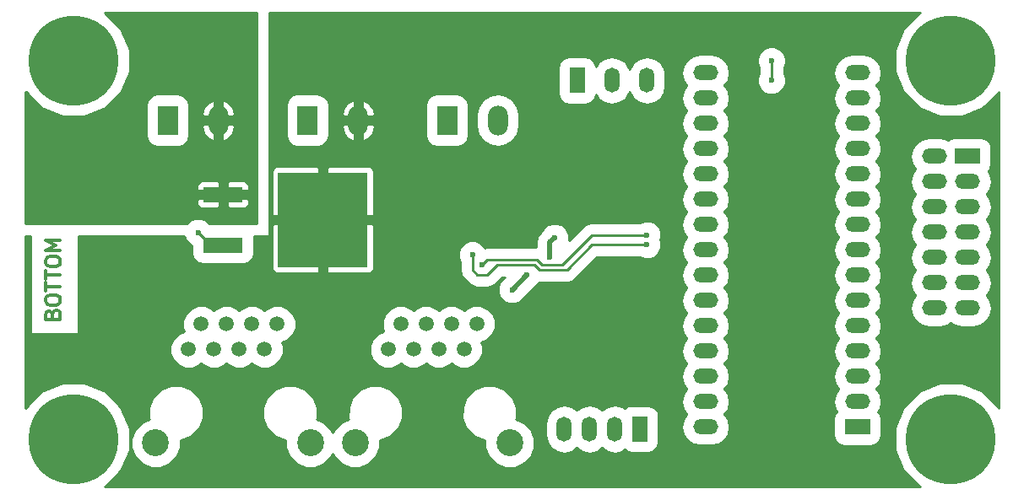
<source format=gbr>
G04 #@! TF.FileFunction,Copper,L2,Bot,Signal*
%FSLAX46Y46*%
G04 Gerber Fmt 4.6, Leading zero omitted, Abs format (unit mm)*
G04 Created by KiCad (PCBNEW 4.0.5+dfsg1-4) date Sat Aug 26 21:12:24 2017*
%MOMM*%
%LPD*%
G01*
G04 APERTURE LIST*
%ADD10C,0.100000*%
%ADD11C,0.300000*%
%ADD12C,2.700000*%
%ADD13C,1.500000*%
%ADD14O,2.500000X1.500000*%
%ADD15R,2.500000X1.500000*%
%ADD16R,9.000000X9.500000*%
%ADD17R,4.000000X1.500000*%
%ADD18R,1.500000X2.500000*%
%ADD19O,1.500000X2.500000*%
%ADD20R,2.000000X3.000000*%
%ADD21O,2.000000X3.000000*%
%ADD22C,9.000000*%
%ADD23C,0.600000*%
%ADD24C,0.500000*%
%ADD25C,0.250000*%
%ADD26C,0.254000*%
G04 APERTURE END LIST*
D10*
D11*
X98892857Y-106464286D02*
X98964286Y-106250000D01*
X99035714Y-106178572D01*
X99178571Y-106107143D01*
X99392857Y-106107143D01*
X99535714Y-106178572D01*
X99607143Y-106250000D01*
X99678571Y-106392858D01*
X99678571Y-106964286D01*
X98178571Y-106964286D01*
X98178571Y-106464286D01*
X98250000Y-106321429D01*
X98321429Y-106250000D01*
X98464286Y-106178572D01*
X98607143Y-106178572D01*
X98750000Y-106250000D01*
X98821429Y-106321429D01*
X98892857Y-106464286D01*
X98892857Y-106964286D01*
X98178571Y-105178572D02*
X98178571Y-104892858D01*
X98250000Y-104750000D01*
X98392857Y-104607143D01*
X98678571Y-104535715D01*
X99178571Y-104535715D01*
X99464286Y-104607143D01*
X99607143Y-104750000D01*
X99678571Y-104892858D01*
X99678571Y-105178572D01*
X99607143Y-105321429D01*
X99464286Y-105464286D01*
X99178571Y-105535715D01*
X98678571Y-105535715D01*
X98392857Y-105464286D01*
X98250000Y-105321429D01*
X98178571Y-105178572D01*
X98178571Y-104107143D02*
X98178571Y-103250000D01*
X99678571Y-103678571D02*
X98178571Y-103678571D01*
X98178571Y-102964286D02*
X98178571Y-102107143D01*
X99678571Y-102535714D02*
X98178571Y-102535714D01*
X98178571Y-101321429D02*
X98178571Y-101035715D01*
X98250000Y-100892857D01*
X98392857Y-100750000D01*
X98678571Y-100678572D01*
X99178571Y-100678572D01*
X99464286Y-100750000D01*
X99607143Y-100892857D01*
X99678571Y-101035715D01*
X99678571Y-101321429D01*
X99607143Y-101464286D01*
X99464286Y-101607143D01*
X99178571Y-101678572D01*
X98678571Y-101678572D01*
X98392857Y-101607143D01*
X98250000Y-101464286D01*
X98178571Y-101321429D01*
X99678571Y-100035714D02*
X98178571Y-100035714D01*
X99250000Y-99535714D01*
X98178571Y-99035714D01*
X99678571Y-99035714D01*
D12*
X124745000Y-119400000D03*
X109245000Y-119400000D03*
D13*
X112550000Y-110000000D03*
X115090000Y-110000000D03*
X117630000Y-110000000D03*
X120170000Y-110000000D03*
X121440000Y-107460000D03*
X118900000Y-107460000D03*
X116360000Y-107460000D03*
X113820000Y-107460000D03*
X104500000Y-95000000D03*
X102500000Y-95000000D03*
X100500000Y-95000000D03*
X98500000Y-95000000D03*
X104500000Y-93000000D03*
X102500000Y-93000000D03*
X100500000Y-93000000D03*
X98500000Y-93000000D03*
X104500000Y-91000000D03*
X102500000Y-91000000D03*
X100500000Y-91000000D03*
X98500000Y-91000000D03*
X104500000Y-89000000D03*
X102500000Y-89000000D03*
X100500000Y-89000000D03*
D14*
X164380000Y-117780000D03*
D15*
X179620000Y-117780000D03*
D14*
X164380000Y-115240000D03*
X179620000Y-115240000D03*
X164380000Y-112700000D03*
X179620000Y-112700000D03*
X164380000Y-110160000D03*
X179620000Y-110160000D03*
X164380000Y-107620000D03*
X179620000Y-107620000D03*
X164380000Y-105080000D03*
X179620000Y-105080000D03*
X164380000Y-102540000D03*
X179620000Y-102540000D03*
X164380000Y-100000000D03*
X179620000Y-100000000D03*
X164380000Y-97460000D03*
X179620000Y-97460000D03*
X164380000Y-94920000D03*
X179620000Y-94920000D03*
X164380000Y-92380000D03*
X179620000Y-92380000D03*
X164380000Y-89840000D03*
X179620000Y-89840000D03*
X164380000Y-87300000D03*
X179620000Y-87300000D03*
X164380000Y-84760000D03*
X179620000Y-84760000D03*
X164380000Y-82220000D03*
X179620000Y-82220000D03*
D15*
X190670000Y-90610000D03*
D14*
X190670000Y-93150000D03*
X190670000Y-95690000D03*
X190670000Y-98230000D03*
X190670000Y-100770000D03*
X190670000Y-103310000D03*
X190670000Y-105850000D03*
X187330000Y-105850000D03*
X187330000Y-103310000D03*
X187330000Y-100770000D03*
X187330000Y-98230000D03*
X187330000Y-95690000D03*
X187330000Y-93150000D03*
X187330000Y-90610000D03*
D16*
X126000000Y-97000000D03*
D17*
X116000000Y-99540000D03*
X116000000Y-94460000D03*
D18*
X157810000Y-118000000D03*
D19*
X155270000Y-118000000D03*
X152730000Y-118000000D03*
X150190000Y-118000000D03*
D20*
X110460000Y-87000000D03*
D21*
X115540000Y-87000000D03*
D20*
X124460000Y-87000000D03*
D21*
X129540000Y-87000000D03*
D20*
X138460000Y-87000000D03*
D21*
X143540000Y-87000000D03*
D18*
X151500000Y-83000000D03*
D19*
X155000000Y-83000000D03*
X158500000Y-83000000D03*
D12*
X144745000Y-119400000D03*
X129245000Y-119400000D03*
D13*
X132550000Y-110000000D03*
X135090000Y-110000000D03*
X137630000Y-110000000D03*
X140170000Y-110000000D03*
X141440000Y-107460000D03*
X138900000Y-107460000D03*
X136360000Y-107460000D03*
X133820000Y-107460000D03*
D22*
X189000000Y-119000000D03*
X101000000Y-119000000D03*
X101000000Y-81000000D03*
X189000000Y-81000000D03*
D13*
X98500000Y-89000000D03*
D23*
X149250000Y-98750000D03*
X148750000Y-100750000D03*
X145000000Y-104000000D03*
X146500000Y-102500000D03*
X158500000Y-99500000D03*
X141000000Y-100500000D03*
X142000000Y-101500000D03*
X158500000Y-98500000D03*
X171000000Y-81000000D03*
X171000000Y-83000000D03*
X113500000Y-98250000D03*
D24*
X149250000Y-98750000D02*
X148750000Y-99250000D01*
X148750000Y-99250000D02*
X148750000Y-100750000D01*
X145000000Y-104000000D02*
X146500000Y-102500000D01*
D25*
X146500000Y-101500000D02*
X147250000Y-101500000D01*
X147750000Y-102000000D02*
X150500000Y-102000000D01*
X147250000Y-101500000D02*
X147750000Y-102000000D01*
X153000000Y-99500000D02*
X150500000Y-102000000D01*
X153000000Y-99500000D02*
X158500000Y-99500000D01*
X141000000Y-100500000D02*
X141000000Y-102000000D01*
X141000000Y-102000000D02*
X141500000Y-102500000D01*
X141500000Y-102500000D02*
X142500000Y-102500000D01*
X142500000Y-102500000D02*
X143500000Y-101500000D01*
X143500000Y-101500000D02*
X146500000Y-101500000D01*
X147000000Y-101000000D02*
X147500000Y-101000000D01*
X150000000Y-101500000D02*
X153000000Y-98500000D01*
X148000000Y-101500000D02*
X150000000Y-101500000D01*
X147500000Y-101000000D02*
X148000000Y-101500000D01*
X142000000Y-101500000D02*
X142500000Y-101000000D01*
X142500000Y-101000000D02*
X147000000Y-101000000D01*
X153000000Y-98500000D02*
X158500000Y-98500000D01*
X171000000Y-83000000D02*
X171000000Y-81000000D01*
X116000000Y-99540000D02*
X114790000Y-99540000D01*
X114790000Y-99540000D02*
X113500000Y-98250000D01*
D26*
G36*
X119373000Y-97373000D02*
X114640854Y-97373000D01*
X114309386Y-97040953D01*
X113785093Y-96823248D01*
X113217397Y-96822752D01*
X112692725Y-97039543D01*
X112358685Y-97373000D01*
X96202000Y-97373000D01*
X96202000Y-94991750D01*
X113365000Y-94991750D01*
X113365000Y-95336309D01*
X113461673Y-95569698D01*
X113640301Y-95748327D01*
X113873690Y-95845000D01*
X115468250Y-95845000D01*
X115627000Y-95686250D01*
X115627000Y-94833000D01*
X116373000Y-94833000D01*
X116373000Y-95686250D01*
X116531750Y-95845000D01*
X118126310Y-95845000D01*
X118359699Y-95748327D01*
X118538327Y-95569698D01*
X118635000Y-95336309D01*
X118635000Y-94991750D01*
X118476250Y-94833000D01*
X116373000Y-94833000D01*
X115627000Y-94833000D01*
X113523750Y-94833000D01*
X113365000Y-94991750D01*
X96202000Y-94991750D01*
X96202000Y-93583691D01*
X113365000Y-93583691D01*
X113365000Y-93928250D01*
X113523750Y-94087000D01*
X115627000Y-94087000D01*
X115627000Y-93233750D01*
X116373000Y-93233750D01*
X116373000Y-94087000D01*
X118476250Y-94087000D01*
X118635000Y-93928250D01*
X118635000Y-93583691D01*
X118538327Y-93350302D01*
X118359699Y-93171673D01*
X118126310Y-93075000D01*
X116531750Y-93075000D01*
X116373000Y-93233750D01*
X115627000Y-93233750D01*
X115468250Y-93075000D01*
X113873690Y-93075000D01*
X113640301Y-93171673D01*
X113461673Y-93350302D01*
X113365000Y-93583691D01*
X96202000Y-93583691D01*
X96202000Y-84123061D01*
X96226880Y-84183275D01*
X97808399Y-85767557D01*
X99875810Y-86626021D01*
X102114369Y-86627974D01*
X104183275Y-85773120D01*
X104456872Y-85500000D01*
X108310921Y-85500000D01*
X108310921Y-88500000D01*
X108389506Y-88917641D01*
X108636331Y-89301219D01*
X109012944Y-89558548D01*
X109460000Y-89649079D01*
X111460000Y-89649079D01*
X111877641Y-89570494D01*
X112261219Y-89323669D01*
X112518548Y-88947056D01*
X112609079Y-88500000D01*
X112609079Y-87632589D01*
X113891026Y-87632589D01*
X114067286Y-88253531D01*
X114467754Y-88759755D01*
X114922567Y-89013935D01*
X115167000Y-88928350D01*
X115167000Y-87373000D01*
X115913000Y-87373000D01*
X115913000Y-88928350D01*
X116157433Y-89013935D01*
X116612246Y-88759755D01*
X117012714Y-88253531D01*
X117188974Y-87632589D01*
X117030664Y-87373000D01*
X115913000Y-87373000D01*
X115167000Y-87373000D01*
X114049336Y-87373000D01*
X113891026Y-87632589D01*
X112609079Y-87632589D01*
X112609079Y-86367411D01*
X113891026Y-86367411D01*
X114049336Y-86627000D01*
X115167000Y-86627000D01*
X115167000Y-85071650D01*
X115913000Y-85071650D01*
X115913000Y-86627000D01*
X117030664Y-86627000D01*
X117188974Y-86367411D01*
X117012714Y-85746469D01*
X116612246Y-85240245D01*
X116157433Y-84986065D01*
X115913000Y-85071650D01*
X115167000Y-85071650D01*
X114922567Y-84986065D01*
X114467754Y-85240245D01*
X114067286Y-85746469D01*
X113891026Y-86367411D01*
X112609079Y-86367411D01*
X112609079Y-85500000D01*
X112530494Y-85082359D01*
X112283669Y-84698781D01*
X111907056Y-84441452D01*
X111460000Y-84350921D01*
X109460000Y-84350921D01*
X109042359Y-84429506D01*
X108658781Y-84676331D01*
X108401452Y-85052944D01*
X108310921Y-85500000D01*
X104456872Y-85500000D01*
X105767557Y-84191601D01*
X106626021Y-82124190D01*
X106627974Y-79885631D01*
X105773120Y-77816725D01*
X104191601Y-76232443D01*
X104118286Y-76202000D01*
X119373000Y-76202000D01*
X119373000Y-97373000D01*
X119373000Y-97373000D01*
G37*
X119373000Y-97373000D02*
X114640854Y-97373000D01*
X114309386Y-97040953D01*
X113785093Y-96823248D01*
X113217397Y-96822752D01*
X112692725Y-97039543D01*
X112358685Y-97373000D01*
X96202000Y-97373000D01*
X96202000Y-94991750D01*
X113365000Y-94991750D01*
X113365000Y-95336309D01*
X113461673Y-95569698D01*
X113640301Y-95748327D01*
X113873690Y-95845000D01*
X115468250Y-95845000D01*
X115627000Y-95686250D01*
X115627000Y-94833000D01*
X116373000Y-94833000D01*
X116373000Y-95686250D01*
X116531750Y-95845000D01*
X118126310Y-95845000D01*
X118359699Y-95748327D01*
X118538327Y-95569698D01*
X118635000Y-95336309D01*
X118635000Y-94991750D01*
X118476250Y-94833000D01*
X116373000Y-94833000D01*
X115627000Y-94833000D01*
X113523750Y-94833000D01*
X113365000Y-94991750D01*
X96202000Y-94991750D01*
X96202000Y-93583691D01*
X113365000Y-93583691D01*
X113365000Y-93928250D01*
X113523750Y-94087000D01*
X115627000Y-94087000D01*
X115627000Y-93233750D01*
X116373000Y-93233750D01*
X116373000Y-94087000D01*
X118476250Y-94087000D01*
X118635000Y-93928250D01*
X118635000Y-93583691D01*
X118538327Y-93350302D01*
X118359699Y-93171673D01*
X118126310Y-93075000D01*
X116531750Y-93075000D01*
X116373000Y-93233750D01*
X115627000Y-93233750D01*
X115468250Y-93075000D01*
X113873690Y-93075000D01*
X113640301Y-93171673D01*
X113461673Y-93350302D01*
X113365000Y-93583691D01*
X96202000Y-93583691D01*
X96202000Y-84123061D01*
X96226880Y-84183275D01*
X97808399Y-85767557D01*
X99875810Y-86626021D01*
X102114369Y-86627974D01*
X104183275Y-85773120D01*
X104456872Y-85500000D01*
X108310921Y-85500000D01*
X108310921Y-88500000D01*
X108389506Y-88917641D01*
X108636331Y-89301219D01*
X109012944Y-89558548D01*
X109460000Y-89649079D01*
X111460000Y-89649079D01*
X111877641Y-89570494D01*
X112261219Y-89323669D01*
X112518548Y-88947056D01*
X112609079Y-88500000D01*
X112609079Y-87632589D01*
X113891026Y-87632589D01*
X114067286Y-88253531D01*
X114467754Y-88759755D01*
X114922567Y-89013935D01*
X115167000Y-88928350D01*
X115167000Y-87373000D01*
X115913000Y-87373000D01*
X115913000Y-88928350D01*
X116157433Y-89013935D01*
X116612246Y-88759755D01*
X117012714Y-88253531D01*
X117188974Y-87632589D01*
X117030664Y-87373000D01*
X115913000Y-87373000D01*
X115167000Y-87373000D01*
X114049336Y-87373000D01*
X113891026Y-87632589D01*
X112609079Y-87632589D01*
X112609079Y-86367411D01*
X113891026Y-86367411D01*
X114049336Y-86627000D01*
X115167000Y-86627000D01*
X115167000Y-85071650D01*
X115913000Y-85071650D01*
X115913000Y-86627000D01*
X117030664Y-86627000D01*
X117188974Y-86367411D01*
X117012714Y-85746469D01*
X116612246Y-85240245D01*
X116157433Y-84986065D01*
X115913000Y-85071650D01*
X115167000Y-85071650D01*
X114922567Y-84986065D01*
X114467754Y-85240245D01*
X114067286Y-85746469D01*
X113891026Y-86367411D01*
X112609079Y-86367411D01*
X112609079Y-85500000D01*
X112530494Y-85082359D01*
X112283669Y-84698781D01*
X111907056Y-84441452D01*
X111460000Y-84350921D01*
X109460000Y-84350921D01*
X109042359Y-84429506D01*
X108658781Y-84676331D01*
X108401452Y-85052944D01*
X108310921Y-85500000D01*
X104456872Y-85500000D01*
X105767557Y-84191601D01*
X106626021Y-82124190D01*
X106627974Y-79885631D01*
X105773120Y-77816725D01*
X104191601Y-76232443D01*
X104118286Y-76202000D01*
X119373000Y-76202000D01*
X119373000Y-97373000D01*
G36*
X185816725Y-76226880D02*
X184232443Y-77808399D01*
X183373979Y-79875810D01*
X183372026Y-82114369D01*
X184226880Y-84183275D01*
X185808399Y-85767557D01*
X187875810Y-86626021D01*
X190114369Y-86627974D01*
X192183275Y-85773120D01*
X193767557Y-84191601D01*
X193798000Y-84118286D01*
X193798000Y-115876939D01*
X193773120Y-115816725D01*
X192191601Y-114232443D01*
X190124190Y-113373979D01*
X187885631Y-113372026D01*
X185816725Y-114226880D01*
X184232443Y-115808399D01*
X183373979Y-117875810D01*
X183372026Y-120114369D01*
X184226880Y-122183275D01*
X185808399Y-123767557D01*
X185881714Y-123798000D01*
X104123061Y-123798000D01*
X104183275Y-123773120D01*
X105767557Y-122191601D01*
X106626021Y-120124190D01*
X106626224Y-119890544D01*
X106767571Y-119890544D01*
X107143877Y-120801275D01*
X107840060Y-121498674D01*
X108750133Y-121876569D01*
X109735544Y-121877429D01*
X110646275Y-121501123D01*
X111343674Y-120804940D01*
X111721569Y-119894867D01*
X111722282Y-119077387D01*
X111820054Y-119077472D01*
X112822703Y-118663186D01*
X113590490Y-117896738D01*
X114006526Y-116894814D01*
X114006530Y-116890054D01*
X119982528Y-116890054D01*
X120396814Y-117892703D01*
X121163262Y-118660490D01*
X122165186Y-119076526D01*
X122268281Y-119076616D01*
X122267571Y-119890544D01*
X122643877Y-120801275D01*
X123340060Y-121498674D01*
X124250133Y-121876569D01*
X125235544Y-121877429D01*
X126146275Y-121501123D01*
X126843674Y-120804940D01*
X126994905Y-120440735D01*
X127143877Y-120801275D01*
X127840060Y-121498674D01*
X128750133Y-121876569D01*
X129735544Y-121877429D01*
X130646275Y-121501123D01*
X131343674Y-120804940D01*
X131721569Y-119894867D01*
X131722282Y-119077387D01*
X131820054Y-119077472D01*
X132822703Y-118663186D01*
X133590490Y-117896738D01*
X134006526Y-116894814D01*
X134006530Y-116890054D01*
X139982528Y-116890054D01*
X140396814Y-117892703D01*
X141163262Y-118660490D01*
X142165186Y-119076526D01*
X142268281Y-119076616D01*
X142267571Y-119890544D01*
X142643877Y-120801275D01*
X143340060Y-121498674D01*
X144250133Y-121876569D01*
X145235544Y-121877429D01*
X146146275Y-121501123D01*
X146843674Y-120804940D01*
X147221569Y-119894867D01*
X147222429Y-118909456D01*
X146846123Y-117998725D01*
X146301781Y-117453432D01*
X148313000Y-117453432D01*
X148313000Y-118546568D01*
X148455878Y-119264865D01*
X148862761Y-119873807D01*
X149471703Y-120280690D01*
X150190000Y-120423568D01*
X150908297Y-120280690D01*
X151460000Y-119912053D01*
X152011703Y-120280690D01*
X152730000Y-120423568D01*
X153448297Y-120280690D01*
X154000000Y-119912053D01*
X154551703Y-120280690D01*
X155270000Y-120423568D01*
X155988297Y-120280690D01*
X156283495Y-120083445D01*
X156612944Y-120308548D01*
X157060000Y-120399079D01*
X158560000Y-120399079D01*
X158977641Y-120320494D01*
X159361219Y-120073669D01*
X159618548Y-119697056D01*
X159709079Y-119250000D01*
X159709079Y-116750000D01*
X159630494Y-116332359D01*
X159383669Y-115948781D01*
X159007056Y-115691452D01*
X158560000Y-115600921D01*
X157060000Y-115600921D01*
X156642359Y-115679506D01*
X156278823Y-115913434D01*
X155988297Y-115719310D01*
X155270000Y-115576432D01*
X154551703Y-115719310D01*
X154000000Y-116087947D01*
X153448297Y-115719310D01*
X152730000Y-115576432D01*
X152011703Y-115719310D01*
X151460000Y-116087947D01*
X150908297Y-115719310D01*
X150190000Y-115576432D01*
X149471703Y-115719310D01*
X148862761Y-116126193D01*
X148455878Y-116735135D01*
X148313000Y-117453432D01*
X146301781Y-117453432D01*
X146149940Y-117301326D01*
X145397469Y-116988873D01*
X145436526Y-116894814D01*
X145437472Y-115809946D01*
X145023186Y-114807297D01*
X144256738Y-114039510D01*
X143254814Y-113623474D01*
X142169946Y-113622528D01*
X141167297Y-114036814D01*
X140399510Y-114803262D01*
X139983474Y-115805186D01*
X139982528Y-116890054D01*
X134006530Y-116890054D01*
X134007472Y-115809946D01*
X133593186Y-114807297D01*
X132826738Y-114039510D01*
X131824814Y-113623474D01*
X130739946Y-113622528D01*
X129737297Y-114036814D01*
X128969510Y-114803262D01*
X128553474Y-115805186D01*
X128552528Y-116890054D01*
X128593452Y-116989097D01*
X127843725Y-117298877D01*
X127146326Y-117995060D01*
X126995095Y-118359265D01*
X126846123Y-117998725D01*
X126149940Y-117301326D01*
X125397469Y-116988873D01*
X125436526Y-116894814D01*
X125437472Y-115809946D01*
X125023186Y-114807297D01*
X124256738Y-114039510D01*
X123254814Y-113623474D01*
X122169946Y-113622528D01*
X121167297Y-114036814D01*
X120399510Y-114803262D01*
X119983474Y-115805186D01*
X119982528Y-116890054D01*
X114006530Y-116890054D01*
X114007472Y-115809946D01*
X113593186Y-114807297D01*
X112826738Y-114039510D01*
X111824814Y-113623474D01*
X110739946Y-113622528D01*
X109737297Y-114036814D01*
X108969510Y-114803262D01*
X108553474Y-115805186D01*
X108552528Y-116890054D01*
X108593452Y-116989097D01*
X107843725Y-117298877D01*
X107146326Y-117995060D01*
X106768431Y-118905133D01*
X106767571Y-119890544D01*
X106626224Y-119890544D01*
X106627974Y-117885631D01*
X105773120Y-115816725D01*
X104191601Y-114232443D01*
X102124190Y-113373979D01*
X99885631Y-113372026D01*
X97816725Y-114226880D01*
X96232443Y-115808399D01*
X96202000Y-115881714D01*
X96202000Y-110371720D01*
X110672675Y-110371720D01*
X110957829Y-111061846D01*
X111485376Y-111590316D01*
X112175004Y-111876674D01*
X112921720Y-111877325D01*
X113611846Y-111592171D01*
X113819900Y-111384480D01*
X114025376Y-111590316D01*
X114715004Y-111876674D01*
X115461720Y-111877325D01*
X116151846Y-111592171D01*
X116359900Y-111384480D01*
X116565376Y-111590316D01*
X117255004Y-111876674D01*
X118001720Y-111877325D01*
X118691846Y-111592171D01*
X118899900Y-111384480D01*
X119105376Y-111590316D01*
X119795004Y-111876674D01*
X120541720Y-111877325D01*
X121231846Y-111592171D01*
X121760316Y-111064624D01*
X122046674Y-110374996D01*
X122046676Y-110371720D01*
X130672675Y-110371720D01*
X130957829Y-111061846D01*
X131485376Y-111590316D01*
X132175004Y-111876674D01*
X132921720Y-111877325D01*
X133611846Y-111592171D01*
X133819900Y-111384480D01*
X134025376Y-111590316D01*
X134715004Y-111876674D01*
X135461720Y-111877325D01*
X136151846Y-111592171D01*
X136359900Y-111384480D01*
X136565376Y-111590316D01*
X137255004Y-111876674D01*
X138001720Y-111877325D01*
X138691846Y-111592171D01*
X138899900Y-111384480D01*
X139105376Y-111590316D01*
X139795004Y-111876674D01*
X140541720Y-111877325D01*
X141231846Y-111592171D01*
X141760316Y-111064624D01*
X142046674Y-110374996D01*
X142047325Y-109628280D01*
X141910278Y-109296602D01*
X142501846Y-109052171D01*
X143030316Y-108524624D01*
X143316674Y-107834996D01*
X143317325Y-107088280D01*
X143032171Y-106398154D01*
X142504624Y-105869684D01*
X141814996Y-105583326D01*
X141068280Y-105582675D01*
X140378154Y-105867829D01*
X140170100Y-106075520D01*
X139964624Y-105869684D01*
X139274996Y-105583326D01*
X138528280Y-105582675D01*
X137838154Y-105867829D01*
X137630100Y-106075520D01*
X137424624Y-105869684D01*
X136734996Y-105583326D01*
X135988280Y-105582675D01*
X135298154Y-105867829D01*
X135090100Y-106075520D01*
X134884624Y-105869684D01*
X134194996Y-105583326D01*
X133448280Y-105582675D01*
X132758154Y-105867829D01*
X132229684Y-106395376D01*
X131943326Y-107085004D01*
X131942675Y-107831720D01*
X132079722Y-108163398D01*
X131488154Y-108407829D01*
X130959684Y-108935376D01*
X130673326Y-109625004D01*
X130672675Y-110371720D01*
X122046676Y-110371720D01*
X122047325Y-109628280D01*
X121910278Y-109296602D01*
X122501846Y-109052171D01*
X123030316Y-108524624D01*
X123316674Y-107834996D01*
X123317325Y-107088280D01*
X123032171Y-106398154D01*
X122504624Y-105869684D01*
X121814996Y-105583326D01*
X121068280Y-105582675D01*
X120378154Y-105867829D01*
X120170100Y-106075520D01*
X119964624Y-105869684D01*
X119274996Y-105583326D01*
X118528280Y-105582675D01*
X117838154Y-105867829D01*
X117630100Y-106075520D01*
X117424624Y-105869684D01*
X116734996Y-105583326D01*
X115988280Y-105582675D01*
X115298154Y-105867829D01*
X115090100Y-106075520D01*
X114884624Y-105869684D01*
X114194996Y-105583326D01*
X113448280Y-105582675D01*
X112758154Y-105867829D01*
X112229684Y-106395376D01*
X111943326Y-107085004D01*
X111942675Y-107831720D01*
X112079722Y-108163398D01*
X111488154Y-108407829D01*
X110959684Y-108935376D01*
X110673326Y-109625004D01*
X110672675Y-110371720D01*
X96202000Y-110371720D01*
X96202000Y-98627000D01*
X96673000Y-98627000D01*
X96673000Y-108448429D01*
X101477000Y-108448429D01*
X101477000Y-98627000D01*
X112111756Y-98627000D01*
X112289543Y-99057275D01*
X112690614Y-99459047D01*
X112850921Y-99525612D01*
X112850921Y-100290000D01*
X112929506Y-100707641D01*
X113176331Y-101091219D01*
X113552944Y-101348548D01*
X114000000Y-101439079D01*
X118000000Y-101439079D01*
X118417641Y-101360494D01*
X118801219Y-101113669D01*
X119058548Y-100737056D01*
X119149079Y-100290000D01*
X119149079Y-98790000D01*
X119118408Y-98627000D01*
X120500000Y-98627000D01*
X120549410Y-98616994D01*
X120591035Y-98588553D01*
X120618315Y-98546159D01*
X120627000Y-98500000D01*
X120627000Y-97531750D01*
X120865000Y-97531750D01*
X120865000Y-101876309D01*
X120961673Y-102109698D01*
X121140301Y-102288327D01*
X121373690Y-102385000D01*
X125468250Y-102385000D01*
X125627000Y-102226250D01*
X125627000Y-97373000D01*
X126373000Y-97373000D01*
X126373000Y-102226250D01*
X126531750Y-102385000D01*
X130626310Y-102385000D01*
X130859699Y-102288327D01*
X131038327Y-102109698D01*
X131135000Y-101876309D01*
X131135000Y-100782603D01*
X139572752Y-100782603D01*
X139748000Y-101206734D01*
X139748000Y-102000000D01*
X139843303Y-102479120D01*
X139955477Y-102647000D01*
X140114702Y-102885298D01*
X140614702Y-103385298D01*
X141020880Y-103656697D01*
X141100372Y-103672509D01*
X141500000Y-103752001D01*
X141500005Y-103752000D01*
X142500000Y-103752000D01*
X142979120Y-103656697D01*
X143385298Y-103385298D01*
X144018595Y-102752000D01*
X144283586Y-102752000D01*
X144192725Y-102789543D01*
X143790953Y-103190614D01*
X143573248Y-103714907D01*
X143572752Y-104282603D01*
X143789543Y-104807275D01*
X144190614Y-105209047D01*
X144714907Y-105426752D01*
X145282603Y-105427248D01*
X145807275Y-105210457D01*
X146209047Y-104809386D01*
X146259507Y-104687865D01*
X147187372Y-103760000D01*
X147307275Y-103710457D01*
X147709047Y-103309386D01*
X147734182Y-103248855D01*
X147750000Y-103252001D01*
X147750005Y-103252000D01*
X150500000Y-103252000D01*
X150979120Y-103156697D01*
X151385298Y-102885298D01*
X153518596Y-100752000D01*
X157794057Y-100752000D01*
X158214907Y-100926752D01*
X158782603Y-100927248D01*
X159307275Y-100710457D01*
X159709047Y-100309386D01*
X159926752Y-99785093D01*
X159927248Y-99217397D01*
X159837468Y-99000113D01*
X159926752Y-98785093D01*
X159927248Y-98217397D01*
X159710457Y-97692725D01*
X159309386Y-97290953D01*
X158785093Y-97073248D01*
X158217397Y-97072752D01*
X157793266Y-97248000D01*
X153000005Y-97248000D01*
X153000000Y-97247999D01*
X152520881Y-97343302D01*
X152520879Y-97343303D01*
X152520880Y-97343303D01*
X152114702Y-97614702D01*
X152114700Y-97614705D01*
X150664283Y-99065121D01*
X150676752Y-99035093D01*
X150677248Y-98467397D01*
X150460457Y-97942725D01*
X150059386Y-97540953D01*
X149535093Y-97323248D01*
X148967397Y-97322752D01*
X148442725Y-97539543D01*
X148040953Y-97940614D01*
X147990493Y-98062135D01*
X147776314Y-98276314D01*
X147477818Y-98723045D01*
X147373000Y-99250000D01*
X147373000Y-99748000D01*
X142500005Y-99748000D01*
X142500000Y-99747999D01*
X142253552Y-99797021D01*
X142210457Y-99692725D01*
X141809386Y-99290953D01*
X141285093Y-99073248D01*
X140717397Y-99072752D01*
X140192725Y-99289543D01*
X139790953Y-99690614D01*
X139573248Y-100214907D01*
X139572752Y-100782603D01*
X131135000Y-100782603D01*
X131135000Y-97531750D01*
X130976250Y-97373000D01*
X126373000Y-97373000D01*
X125627000Y-97373000D01*
X121023750Y-97373000D01*
X120865000Y-97531750D01*
X120627000Y-97531750D01*
X120627000Y-92123691D01*
X120865000Y-92123691D01*
X120865000Y-96468250D01*
X121023750Y-96627000D01*
X125627000Y-96627000D01*
X125627000Y-91773750D01*
X126373000Y-91773750D01*
X126373000Y-96627000D01*
X130976250Y-96627000D01*
X131135000Y-96468250D01*
X131135000Y-92123691D01*
X131038327Y-91890302D01*
X130859699Y-91711673D01*
X130626310Y-91615000D01*
X126531750Y-91615000D01*
X126373000Y-91773750D01*
X125627000Y-91773750D01*
X125468250Y-91615000D01*
X121373690Y-91615000D01*
X121140301Y-91711673D01*
X120961673Y-91890302D01*
X120865000Y-92123691D01*
X120627000Y-92123691D01*
X120627000Y-85500000D01*
X122310921Y-85500000D01*
X122310921Y-88500000D01*
X122389506Y-88917641D01*
X122636331Y-89301219D01*
X123012944Y-89558548D01*
X123460000Y-89649079D01*
X125460000Y-89649079D01*
X125877641Y-89570494D01*
X126261219Y-89323669D01*
X126518548Y-88947056D01*
X126609079Y-88500000D01*
X126609079Y-87632589D01*
X127891026Y-87632589D01*
X128067286Y-88253531D01*
X128467754Y-88759755D01*
X128922567Y-89013935D01*
X129167000Y-88928350D01*
X129167000Y-87373000D01*
X129913000Y-87373000D01*
X129913000Y-88928350D01*
X130157433Y-89013935D01*
X130612246Y-88759755D01*
X131012714Y-88253531D01*
X131188974Y-87632589D01*
X131030664Y-87373000D01*
X129913000Y-87373000D01*
X129167000Y-87373000D01*
X128049336Y-87373000D01*
X127891026Y-87632589D01*
X126609079Y-87632589D01*
X126609079Y-86367411D01*
X127891026Y-86367411D01*
X128049336Y-86627000D01*
X129167000Y-86627000D01*
X129167000Y-85071650D01*
X129913000Y-85071650D01*
X129913000Y-86627000D01*
X131030664Y-86627000D01*
X131188974Y-86367411D01*
X131012714Y-85746469D01*
X130817736Y-85500000D01*
X136310921Y-85500000D01*
X136310921Y-88500000D01*
X136389506Y-88917641D01*
X136636331Y-89301219D01*
X137012944Y-89558548D01*
X137460000Y-89649079D01*
X139460000Y-89649079D01*
X139877641Y-89570494D01*
X140261219Y-89323669D01*
X140518548Y-88947056D01*
X140609079Y-88500000D01*
X140609079Y-86448534D01*
X141413000Y-86448534D01*
X141413000Y-87551466D01*
X141574908Y-88365434D01*
X142035984Y-89055482D01*
X142726032Y-89516558D01*
X143540000Y-89678466D01*
X144353968Y-89516558D01*
X145044016Y-89055482D01*
X145505092Y-88365434D01*
X145667000Y-87551466D01*
X145667000Y-86448534D01*
X145505092Y-85634566D01*
X145044016Y-84944518D01*
X144353968Y-84483442D01*
X143540000Y-84321534D01*
X142726032Y-84483442D01*
X142035984Y-84944518D01*
X141574908Y-85634566D01*
X141413000Y-86448534D01*
X140609079Y-86448534D01*
X140609079Y-85500000D01*
X140530494Y-85082359D01*
X140283669Y-84698781D01*
X139907056Y-84441452D01*
X139460000Y-84350921D01*
X137460000Y-84350921D01*
X137042359Y-84429506D01*
X136658781Y-84676331D01*
X136401452Y-85052944D01*
X136310921Y-85500000D01*
X130817736Y-85500000D01*
X130612246Y-85240245D01*
X130157433Y-84986065D01*
X129913000Y-85071650D01*
X129167000Y-85071650D01*
X128922567Y-84986065D01*
X128467754Y-85240245D01*
X128067286Y-85746469D01*
X127891026Y-86367411D01*
X126609079Y-86367411D01*
X126609079Y-85500000D01*
X126530494Y-85082359D01*
X126283669Y-84698781D01*
X125907056Y-84441452D01*
X125460000Y-84350921D01*
X123460000Y-84350921D01*
X123042359Y-84429506D01*
X122658781Y-84676331D01*
X122401452Y-85052944D01*
X122310921Y-85500000D01*
X120627000Y-85500000D01*
X120627000Y-81750000D01*
X149600921Y-81750000D01*
X149600921Y-84250000D01*
X149679506Y-84667641D01*
X149926331Y-85051219D01*
X150302944Y-85308548D01*
X150750000Y-85399079D01*
X152250000Y-85399079D01*
X152667641Y-85320494D01*
X153051219Y-85073669D01*
X153308548Y-84697056D01*
X153365789Y-84414392D01*
X153672761Y-84873807D01*
X154281703Y-85280690D01*
X155000000Y-85423568D01*
X155718297Y-85280690D01*
X156327239Y-84873807D01*
X156734122Y-84264865D01*
X156750000Y-84185041D01*
X156765878Y-84264865D01*
X157172761Y-84873807D01*
X157781703Y-85280690D01*
X158500000Y-85423568D01*
X159218297Y-85280690D01*
X159827239Y-84873807D01*
X160234122Y-84264865D01*
X160377000Y-83546568D01*
X160377000Y-82453432D01*
X160330568Y-82220000D01*
X161956432Y-82220000D01*
X162099310Y-82938297D01*
X162467947Y-83490000D01*
X162099310Y-84041703D01*
X161956432Y-84760000D01*
X162099310Y-85478297D01*
X162467947Y-86030000D01*
X162099310Y-86581703D01*
X161956432Y-87300000D01*
X162099310Y-88018297D01*
X162467947Y-88570000D01*
X162099310Y-89121703D01*
X161956432Y-89840000D01*
X162099310Y-90558297D01*
X162467947Y-91110000D01*
X162099310Y-91661703D01*
X161956432Y-92380000D01*
X162099310Y-93098297D01*
X162467947Y-93650000D01*
X162099310Y-94201703D01*
X161956432Y-94920000D01*
X162099310Y-95638297D01*
X162467947Y-96190000D01*
X162099310Y-96741703D01*
X161956432Y-97460000D01*
X162099310Y-98178297D01*
X162467947Y-98730000D01*
X162099310Y-99281703D01*
X161956432Y-100000000D01*
X162099310Y-100718297D01*
X162467947Y-101270000D01*
X162099310Y-101821703D01*
X161956432Y-102540000D01*
X162099310Y-103258297D01*
X162467947Y-103810000D01*
X162099310Y-104361703D01*
X161956432Y-105080000D01*
X162099310Y-105798297D01*
X162467947Y-106350000D01*
X162099310Y-106901703D01*
X161956432Y-107620000D01*
X162099310Y-108338297D01*
X162467947Y-108890000D01*
X162099310Y-109441703D01*
X161956432Y-110160000D01*
X162099310Y-110878297D01*
X162467947Y-111430000D01*
X162099310Y-111981703D01*
X161956432Y-112700000D01*
X162099310Y-113418297D01*
X162467947Y-113970000D01*
X162099310Y-114521703D01*
X161956432Y-115240000D01*
X162099310Y-115958297D01*
X162467947Y-116510000D01*
X162099310Y-117061703D01*
X161956432Y-117780000D01*
X162099310Y-118498297D01*
X162506193Y-119107239D01*
X163115135Y-119514122D01*
X163833432Y-119657000D01*
X164926568Y-119657000D01*
X165644865Y-119514122D01*
X166253807Y-119107239D01*
X166660690Y-118498297D01*
X166803568Y-117780000D01*
X166660690Y-117061703D01*
X166292053Y-116510000D01*
X166660690Y-115958297D01*
X166803568Y-115240000D01*
X166660690Y-114521703D01*
X166292053Y-113970000D01*
X166660690Y-113418297D01*
X166803568Y-112700000D01*
X166660690Y-111981703D01*
X166292053Y-111430000D01*
X166660690Y-110878297D01*
X166803568Y-110160000D01*
X166660690Y-109441703D01*
X166292053Y-108890000D01*
X166660690Y-108338297D01*
X166803568Y-107620000D01*
X166660690Y-106901703D01*
X166292053Y-106350000D01*
X166660690Y-105798297D01*
X166803568Y-105080000D01*
X166660690Y-104361703D01*
X166292053Y-103810000D01*
X166660690Y-103258297D01*
X166803568Y-102540000D01*
X166660690Y-101821703D01*
X166292053Y-101270000D01*
X166660690Y-100718297D01*
X166803568Y-100000000D01*
X166660690Y-99281703D01*
X166292053Y-98730000D01*
X166660690Y-98178297D01*
X166803568Y-97460000D01*
X166660690Y-96741703D01*
X166292053Y-96190000D01*
X166660690Y-95638297D01*
X166803568Y-94920000D01*
X166660690Y-94201703D01*
X166292053Y-93650000D01*
X166660690Y-93098297D01*
X166803568Y-92380000D01*
X166660690Y-91661703D01*
X166292053Y-91110000D01*
X166660690Y-90558297D01*
X166803568Y-89840000D01*
X166660690Y-89121703D01*
X166292053Y-88570000D01*
X166660690Y-88018297D01*
X166803568Y-87300000D01*
X166660690Y-86581703D01*
X166292053Y-86030000D01*
X166660690Y-85478297D01*
X166803568Y-84760000D01*
X166660690Y-84041703D01*
X166292053Y-83490000D01*
X166660690Y-82938297D01*
X166803568Y-82220000D01*
X166660690Y-81501703D01*
X166514292Y-81282603D01*
X169572752Y-81282603D01*
X169748000Y-81706734D01*
X169748000Y-82294057D01*
X169573248Y-82714907D01*
X169572752Y-83282603D01*
X169789543Y-83807275D01*
X170190614Y-84209047D01*
X170714907Y-84426752D01*
X171282603Y-84427248D01*
X171807275Y-84210457D01*
X172209047Y-83809386D01*
X172426752Y-83285093D01*
X172427248Y-82717397D01*
X172252000Y-82293266D01*
X172252000Y-82220000D01*
X177196432Y-82220000D01*
X177339310Y-82938297D01*
X177707947Y-83490000D01*
X177339310Y-84041703D01*
X177196432Y-84760000D01*
X177339310Y-85478297D01*
X177707947Y-86030000D01*
X177339310Y-86581703D01*
X177196432Y-87300000D01*
X177339310Y-88018297D01*
X177707947Y-88570000D01*
X177339310Y-89121703D01*
X177196432Y-89840000D01*
X177339310Y-90558297D01*
X177707947Y-91110000D01*
X177339310Y-91661703D01*
X177196432Y-92380000D01*
X177339310Y-93098297D01*
X177707947Y-93650000D01*
X177339310Y-94201703D01*
X177196432Y-94920000D01*
X177339310Y-95638297D01*
X177707947Y-96190000D01*
X177339310Y-96741703D01*
X177196432Y-97460000D01*
X177339310Y-98178297D01*
X177707947Y-98730000D01*
X177339310Y-99281703D01*
X177196432Y-100000000D01*
X177339310Y-100718297D01*
X177707947Y-101270000D01*
X177339310Y-101821703D01*
X177196432Y-102540000D01*
X177339310Y-103258297D01*
X177707947Y-103810000D01*
X177339310Y-104361703D01*
X177196432Y-105080000D01*
X177339310Y-105798297D01*
X177707947Y-106350000D01*
X177339310Y-106901703D01*
X177196432Y-107620000D01*
X177339310Y-108338297D01*
X177707947Y-108890000D01*
X177339310Y-109441703D01*
X177196432Y-110160000D01*
X177339310Y-110878297D01*
X177707947Y-111430000D01*
X177339310Y-111981703D01*
X177196432Y-112700000D01*
X177339310Y-113418297D01*
X177707947Y-113970000D01*
X177339310Y-114521703D01*
X177196432Y-115240000D01*
X177339310Y-115958297D01*
X177536555Y-116253495D01*
X177311452Y-116582944D01*
X177220921Y-117030000D01*
X177220921Y-118530000D01*
X177299506Y-118947641D01*
X177546331Y-119331219D01*
X177922944Y-119588548D01*
X178370000Y-119679079D01*
X180870000Y-119679079D01*
X181287641Y-119600494D01*
X181671219Y-119353669D01*
X181928548Y-118977056D01*
X182019079Y-118530000D01*
X182019079Y-117030000D01*
X181940494Y-116612359D01*
X181706566Y-116248823D01*
X181900690Y-115958297D01*
X182043568Y-115240000D01*
X181900690Y-114521703D01*
X181532053Y-113970000D01*
X181900690Y-113418297D01*
X182043568Y-112700000D01*
X181900690Y-111981703D01*
X181532053Y-111430000D01*
X181900690Y-110878297D01*
X182043568Y-110160000D01*
X181900690Y-109441703D01*
X181532053Y-108890000D01*
X181900690Y-108338297D01*
X182043568Y-107620000D01*
X181900690Y-106901703D01*
X181532053Y-106350000D01*
X181900690Y-105798297D01*
X182043568Y-105080000D01*
X181900690Y-104361703D01*
X181532053Y-103810000D01*
X181900690Y-103258297D01*
X182043568Y-102540000D01*
X181900690Y-101821703D01*
X181532053Y-101270000D01*
X181900690Y-100718297D01*
X182043568Y-100000000D01*
X181900690Y-99281703D01*
X181532053Y-98730000D01*
X181900690Y-98178297D01*
X182043568Y-97460000D01*
X181900690Y-96741703D01*
X181532053Y-96190000D01*
X181900690Y-95638297D01*
X182043568Y-94920000D01*
X181900690Y-94201703D01*
X181532053Y-93650000D01*
X181900690Y-93098297D01*
X182043568Y-92380000D01*
X181900690Y-91661703D01*
X181532053Y-91110000D01*
X181866143Y-90610000D01*
X184906432Y-90610000D01*
X185049310Y-91328297D01*
X185417947Y-91880000D01*
X185049310Y-92431703D01*
X184906432Y-93150000D01*
X185049310Y-93868297D01*
X185417947Y-94420000D01*
X185049310Y-94971703D01*
X184906432Y-95690000D01*
X185049310Y-96408297D01*
X185417947Y-96960000D01*
X185049310Y-97511703D01*
X184906432Y-98230000D01*
X185049310Y-98948297D01*
X185417947Y-99500000D01*
X185049310Y-100051703D01*
X184906432Y-100770000D01*
X185049310Y-101488297D01*
X185417947Y-102040000D01*
X185049310Y-102591703D01*
X184906432Y-103310000D01*
X185049310Y-104028297D01*
X185417947Y-104580000D01*
X185049310Y-105131703D01*
X184906432Y-105850000D01*
X185049310Y-106568297D01*
X185456193Y-107177239D01*
X186065135Y-107584122D01*
X186783432Y-107727000D01*
X187876568Y-107727000D01*
X188594865Y-107584122D01*
X189000000Y-107313419D01*
X189405135Y-107584122D01*
X190123432Y-107727000D01*
X191216568Y-107727000D01*
X191934865Y-107584122D01*
X192543807Y-107177239D01*
X192950690Y-106568297D01*
X193093568Y-105850000D01*
X192950690Y-105131703D01*
X192582053Y-104580000D01*
X192950690Y-104028297D01*
X193093568Y-103310000D01*
X192950690Y-102591703D01*
X192582053Y-102040000D01*
X192950690Y-101488297D01*
X193093568Y-100770000D01*
X192950690Y-100051703D01*
X192582053Y-99500000D01*
X192950690Y-98948297D01*
X193093568Y-98230000D01*
X192950690Y-97511703D01*
X192582053Y-96960000D01*
X192950690Y-96408297D01*
X193093568Y-95690000D01*
X192950690Y-94971703D01*
X192582053Y-94420000D01*
X192950690Y-93868297D01*
X193093568Y-93150000D01*
X192950690Y-92431703D01*
X192753445Y-92136505D01*
X192978548Y-91807056D01*
X193069079Y-91360000D01*
X193069079Y-89860000D01*
X192990494Y-89442359D01*
X192743669Y-89058781D01*
X192367056Y-88801452D01*
X191920000Y-88710921D01*
X189420000Y-88710921D01*
X189002359Y-88789506D01*
X188728926Y-88965455D01*
X188594865Y-88875878D01*
X187876568Y-88733000D01*
X186783432Y-88733000D01*
X186065135Y-88875878D01*
X185456193Y-89282761D01*
X185049310Y-89891703D01*
X184906432Y-90610000D01*
X181866143Y-90610000D01*
X181900690Y-90558297D01*
X182043568Y-89840000D01*
X181900690Y-89121703D01*
X181532053Y-88570000D01*
X181900690Y-88018297D01*
X182043568Y-87300000D01*
X181900690Y-86581703D01*
X181532053Y-86030000D01*
X181900690Y-85478297D01*
X182043568Y-84760000D01*
X181900690Y-84041703D01*
X181532053Y-83490000D01*
X181900690Y-82938297D01*
X182043568Y-82220000D01*
X181900690Y-81501703D01*
X181493807Y-80892761D01*
X180884865Y-80485878D01*
X180166568Y-80343000D01*
X179073432Y-80343000D01*
X178355135Y-80485878D01*
X177746193Y-80892761D01*
X177339310Y-81501703D01*
X177196432Y-82220000D01*
X172252000Y-82220000D01*
X172252000Y-81705943D01*
X172426752Y-81285093D01*
X172427248Y-80717397D01*
X172210457Y-80192725D01*
X171809386Y-79790953D01*
X171285093Y-79573248D01*
X170717397Y-79572752D01*
X170192725Y-79789543D01*
X169790953Y-80190614D01*
X169573248Y-80714907D01*
X169572752Y-81282603D01*
X166514292Y-81282603D01*
X166253807Y-80892761D01*
X165644865Y-80485878D01*
X164926568Y-80343000D01*
X163833432Y-80343000D01*
X163115135Y-80485878D01*
X162506193Y-80892761D01*
X162099310Y-81501703D01*
X161956432Y-82220000D01*
X160330568Y-82220000D01*
X160234122Y-81735135D01*
X159827239Y-81126193D01*
X159218297Y-80719310D01*
X158500000Y-80576432D01*
X157781703Y-80719310D01*
X157172761Y-81126193D01*
X156765878Y-81735135D01*
X156750000Y-81814959D01*
X156734122Y-81735135D01*
X156327239Y-81126193D01*
X155718297Y-80719310D01*
X155000000Y-80576432D01*
X154281703Y-80719310D01*
X153672761Y-81126193D01*
X153367628Y-81582855D01*
X153320494Y-81332359D01*
X153073669Y-80948781D01*
X152697056Y-80691452D01*
X152250000Y-80600921D01*
X150750000Y-80600921D01*
X150332359Y-80679506D01*
X149948781Y-80926331D01*
X149691452Y-81302944D01*
X149600921Y-81750000D01*
X120627000Y-81750000D01*
X120627000Y-76202000D01*
X185876939Y-76202000D01*
X185816725Y-76226880D01*
X185816725Y-76226880D01*
G37*
X185816725Y-76226880D02*
X184232443Y-77808399D01*
X183373979Y-79875810D01*
X183372026Y-82114369D01*
X184226880Y-84183275D01*
X185808399Y-85767557D01*
X187875810Y-86626021D01*
X190114369Y-86627974D01*
X192183275Y-85773120D01*
X193767557Y-84191601D01*
X193798000Y-84118286D01*
X193798000Y-115876939D01*
X193773120Y-115816725D01*
X192191601Y-114232443D01*
X190124190Y-113373979D01*
X187885631Y-113372026D01*
X185816725Y-114226880D01*
X184232443Y-115808399D01*
X183373979Y-117875810D01*
X183372026Y-120114369D01*
X184226880Y-122183275D01*
X185808399Y-123767557D01*
X185881714Y-123798000D01*
X104123061Y-123798000D01*
X104183275Y-123773120D01*
X105767557Y-122191601D01*
X106626021Y-120124190D01*
X106626224Y-119890544D01*
X106767571Y-119890544D01*
X107143877Y-120801275D01*
X107840060Y-121498674D01*
X108750133Y-121876569D01*
X109735544Y-121877429D01*
X110646275Y-121501123D01*
X111343674Y-120804940D01*
X111721569Y-119894867D01*
X111722282Y-119077387D01*
X111820054Y-119077472D01*
X112822703Y-118663186D01*
X113590490Y-117896738D01*
X114006526Y-116894814D01*
X114006530Y-116890054D01*
X119982528Y-116890054D01*
X120396814Y-117892703D01*
X121163262Y-118660490D01*
X122165186Y-119076526D01*
X122268281Y-119076616D01*
X122267571Y-119890544D01*
X122643877Y-120801275D01*
X123340060Y-121498674D01*
X124250133Y-121876569D01*
X125235544Y-121877429D01*
X126146275Y-121501123D01*
X126843674Y-120804940D01*
X126994905Y-120440735D01*
X127143877Y-120801275D01*
X127840060Y-121498674D01*
X128750133Y-121876569D01*
X129735544Y-121877429D01*
X130646275Y-121501123D01*
X131343674Y-120804940D01*
X131721569Y-119894867D01*
X131722282Y-119077387D01*
X131820054Y-119077472D01*
X132822703Y-118663186D01*
X133590490Y-117896738D01*
X134006526Y-116894814D01*
X134006530Y-116890054D01*
X139982528Y-116890054D01*
X140396814Y-117892703D01*
X141163262Y-118660490D01*
X142165186Y-119076526D01*
X142268281Y-119076616D01*
X142267571Y-119890544D01*
X142643877Y-120801275D01*
X143340060Y-121498674D01*
X144250133Y-121876569D01*
X145235544Y-121877429D01*
X146146275Y-121501123D01*
X146843674Y-120804940D01*
X147221569Y-119894867D01*
X147222429Y-118909456D01*
X146846123Y-117998725D01*
X146301781Y-117453432D01*
X148313000Y-117453432D01*
X148313000Y-118546568D01*
X148455878Y-119264865D01*
X148862761Y-119873807D01*
X149471703Y-120280690D01*
X150190000Y-120423568D01*
X150908297Y-120280690D01*
X151460000Y-119912053D01*
X152011703Y-120280690D01*
X152730000Y-120423568D01*
X153448297Y-120280690D01*
X154000000Y-119912053D01*
X154551703Y-120280690D01*
X155270000Y-120423568D01*
X155988297Y-120280690D01*
X156283495Y-120083445D01*
X156612944Y-120308548D01*
X157060000Y-120399079D01*
X158560000Y-120399079D01*
X158977641Y-120320494D01*
X159361219Y-120073669D01*
X159618548Y-119697056D01*
X159709079Y-119250000D01*
X159709079Y-116750000D01*
X159630494Y-116332359D01*
X159383669Y-115948781D01*
X159007056Y-115691452D01*
X158560000Y-115600921D01*
X157060000Y-115600921D01*
X156642359Y-115679506D01*
X156278823Y-115913434D01*
X155988297Y-115719310D01*
X155270000Y-115576432D01*
X154551703Y-115719310D01*
X154000000Y-116087947D01*
X153448297Y-115719310D01*
X152730000Y-115576432D01*
X152011703Y-115719310D01*
X151460000Y-116087947D01*
X150908297Y-115719310D01*
X150190000Y-115576432D01*
X149471703Y-115719310D01*
X148862761Y-116126193D01*
X148455878Y-116735135D01*
X148313000Y-117453432D01*
X146301781Y-117453432D01*
X146149940Y-117301326D01*
X145397469Y-116988873D01*
X145436526Y-116894814D01*
X145437472Y-115809946D01*
X145023186Y-114807297D01*
X144256738Y-114039510D01*
X143254814Y-113623474D01*
X142169946Y-113622528D01*
X141167297Y-114036814D01*
X140399510Y-114803262D01*
X139983474Y-115805186D01*
X139982528Y-116890054D01*
X134006530Y-116890054D01*
X134007472Y-115809946D01*
X133593186Y-114807297D01*
X132826738Y-114039510D01*
X131824814Y-113623474D01*
X130739946Y-113622528D01*
X129737297Y-114036814D01*
X128969510Y-114803262D01*
X128553474Y-115805186D01*
X128552528Y-116890054D01*
X128593452Y-116989097D01*
X127843725Y-117298877D01*
X127146326Y-117995060D01*
X126995095Y-118359265D01*
X126846123Y-117998725D01*
X126149940Y-117301326D01*
X125397469Y-116988873D01*
X125436526Y-116894814D01*
X125437472Y-115809946D01*
X125023186Y-114807297D01*
X124256738Y-114039510D01*
X123254814Y-113623474D01*
X122169946Y-113622528D01*
X121167297Y-114036814D01*
X120399510Y-114803262D01*
X119983474Y-115805186D01*
X119982528Y-116890054D01*
X114006530Y-116890054D01*
X114007472Y-115809946D01*
X113593186Y-114807297D01*
X112826738Y-114039510D01*
X111824814Y-113623474D01*
X110739946Y-113622528D01*
X109737297Y-114036814D01*
X108969510Y-114803262D01*
X108553474Y-115805186D01*
X108552528Y-116890054D01*
X108593452Y-116989097D01*
X107843725Y-117298877D01*
X107146326Y-117995060D01*
X106768431Y-118905133D01*
X106767571Y-119890544D01*
X106626224Y-119890544D01*
X106627974Y-117885631D01*
X105773120Y-115816725D01*
X104191601Y-114232443D01*
X102124190Y-113373979D01*
X99885631Y-113372026D01*
X97816725Y-114226880D01*
X96232443Y-115808399D01*
X96202000Y-115881714D01*
X96202000Y-110371720D01*
X110672675Y-110371720D01*
X110957829Y-111061846D01*
X111485376Y-111590316D01*
X112175004Y-111876674D01*
X112921720Y-111877325D01*
X113611846Y-111592171D01*
X113819900Y-111384480D01*
X114025376Y-111590316D01*
X114715004Y-111876674D01*
X115461720Y-111877325D01*
X116151846Y-111592171D01*
X116359900Y-111384480D01*
X116565376Y-111590316D01*
X117255004Y-111876674D01*
X118001720Y-111877325D01*
X118691846Y-111592171D01*
X118899900Y-111384480D01*
X119105376Y-111590316D01*
X119795004Y-111876674D01*
X120541720Y-111877325D01*
X121231846Y-111592171D01*
X121760316Y-111064624D01*
X122046674Y-110374996D01*
X122046676Y-110371720D01*
X130672675Y-110371720D01*
X130957829Y-111061846D01*
X131485376Y-111590316D01*
X132175004Y-111876674D01*
X132921720Y-111877325D01*
X133611846Y-111592171D01*
X133819900Y-111384480D01*
X134025376Y-111590316D01*
X134715004Y-111876674D01*
X135461720Y-111877325D01*
X136151846Y-111592171D01*
X136359900Y-111384480D01*
X136565376Y-111590316D01*
X137255004Y-111876674D01*
X138001720Y-111877325D01*
X138691846Y-111592171D01*
X138899900Y-111384480D01*
X139105376Y-111590316D01*
X139795004Y-111876674D01*
X140541720Y-111877325D01*
X141231846Y-111592171D01*
X141760316Y-111064624D01*
X142046674Y-110374996D01*
X142047325Y-109628280D01*
X141910278Y-109296602D01*
X142501846Y-109052171D01*
X143030316Y-108524624D01*
X143316674Y-107834996D01*
X143317325Y-107088280D01*
X143032171Y-106398154D01*
X142504624Y-105869684D01*
X141814996Y-105583326D01*
X141068280Y-105582675D01*
X140378154Y-105867829D01*
X140170100Y-106075520D01*
X139964624Y-105869684D01*
X139274996Y-105583326D01*
X138528280Y-105582675D01*
X137838154Y-105867829D01*
X137630100Y-106075520D01*
X137424624Y-105869684D01*
X136734996Y-105583326D01*
X135988280Y-105582675D01*
X135298154Y-105867829D01*
X135090100Y-106075520D01*
X134884624Y-105869684D01*
X134194996Y-105583326D01*
X133448280Y-105582675D01*
X132758154Y-105867829D01*
X132229684Y-106395376D01*
X131943326Y-107085004D01*
X131942675Y-107831720D01*
X132079722Y-108163398D01*
X131488154Y-108407829D01*
X130959684Y-108935376D01*
X130673326Y-109625004D01*
X130672675Y-110371720D01*
X122046676Y-110371720D01*
X122047325Y-109628280D01*
X121910278Y-109296602D01*
X122501846Y-109052171D01*
X123030316Y-108524624D01*
X123316674Y-107834996D01*
X123317325Y-107088280D01*
X123032171Y-106398154D01*
X122504624Y-105869684D01*
X121814996Y-105583326D01*
X121068280Y-105582675D01*
X120378154Y-105867829D01*
X120170100Y-106075520D01*
X119964624Y-105869684D01*
X119274996Y-105583326D01*
X118528280Y-105582675D01*
X117838154Y-105867829D01*
X117630100Y-106075520D01*
X117424624Y-105869684D01*
X116734996Y-105583326D01*
X115988280Y-105582675D01*
X115298154Y-105867829D01*
X115090100Y-106075520D01*
X114884624Y-105869684D01*
X114194996Y-105583326D01*
X113448280Y-105582675D01*
X112758154Y-105867829D01*
X112229684Y-106395376D01*
X111943326Y-107085004D01*
X111942675Y-107831720D01*
X112079722Y-108163398D01*
X111488154Y-108407829D01*
X110959684Y-108935376D01*
X110673326Y-109625004D01*
X110672675Y-110371720D01*
X96202000Y-110371720D01*
X96202000Y-98627000D01*
X96673000Y-98627000D01*
X96673000Y-108448429D01*
X101477000Y-108448429D01*
X101477000Y-98627000D01*
X112111756Y-98627000D01*
X112289543Y-99057275D01*
X112690614Y-99459047D01*
X112850921Y-99525612D01*
X112850921Y-100290000D01*
X112929506Y-100707641D01*
X113176331Y-101091219D01*
X113552944Y-101348548D01*
X114000000Y-101439079D01*
X118000000Y-101439079D01*
X118417641Y-101360494D01*
X118801219Y-101113669D01*
X119058548Y-100737056D01*
X119149079Y-100290000D01*
X119149079Y-98790000D01*
X119118408Y-98627000D01*
X120500000Y-98627000D01*
X120549410Y-98616994D01*
X120591035Y-98588553D01*
X120618315Y-98546159D01*
X120627000Y-98500000D01*
X120627000Y-97531750D01*
X120865000Y-97531750D01*
X120865000Y-101876309D01*
X120961673Y-102109698D01*
X121140301Y-102288327D01*
X121373690Y-102385000D01*
X125468250Y-102385000D01*
X125627000Y-102226250D01*
X125627000Y-97373000D01*
X126373000Y-97373000D01*
X126373000Y-102226250D01*
X126531750Y-102385000D01*
X130626310Y-102385000D01*
X130859699Y-102288327D01*
X131038327Y-102109698D01*
X131135000Y-101876309D01*
X131135000Y-100782603D01*
X139572752Y-100782603D01*
X139748000Y-101206734D01*
X139748000Y-102000000D01*
X139843303Y-102479120D01*
X139955477Y-102647000D01*
X140114702Y-102885298D01*
X140614702Y-103385298D01*
X141020880Y-103656697D01*
X141100372Y-103672509D01*
X141500000Y-103752001D01*
X141500005Y-103752000D01*
X142500000Y-103752000D01*
X142979120Y-103656697D01*
X143385298Y-103385298D01*
X144018595Y-102752000D01*
X144283586Y-102752000D01*
X144192725Y-102789543D01*
X143790953Y-103190614D01*
X143573248Y-103714907D01*
X143572752Y-104282603D01*
X143789543Y-104807275D01*
X144190614Y-105209047D01*
X144714907Y-105426752D01*
X145282603Y-105427248D01*
X145807275Y-105210457D01*
X146209047Y-104809386D01*
X146259507Y-104687865D01*
X147187372Y-103760000D01*
X147307275Y-103710457D01*
X147709047Y-103309386D01*
X147734182Y-103248855D01*
X147750000Y-103252001D01*
X147750005Y-103252000D01*
X150500000Y-103252000D01*
X150979120Y-103156697D01*
X151385298Y-102885298D01*
X153518596Y-100752000D01*
X157794057Y-100752000D01*
X158214907Y-100926752D01*
X158782603Y-100927248D01*
X159307275Y-100710457D01*
X159709047Y-100309386D01*
X159926752Y-99785093D01*
X159927248Y-99217397D01*
X159837468Y-99000113D01*
X159926752Y-98785093D01*
X159927248Y-98217397D01*
X159710457Y-97692725D01*
X159309386Y-97290953D01*
X158785093Y-97073248D01*
X158217397Y-97072752D01*
X157793266Y-97248000D01*
X153000005Y-97248000D01*
X153000000Y-97247999D01*
X152520881Y-97343302D01*
X152520879Y-97343303D01*
X152520880Y-97343303D01*
X152114702Y-97614702D01*
X152114700Y-97614705D01*
X150664283Y-99065121D01*
X150676752Y-99035093D01*
X150677248Y-98467397D01*
X150460457Y-97942725D01*
X150059386Y-97540953D01*
X149535093Y-97323248D01*
X148967397Y-97322752D01*
X148442725Y-97539543D01*
X148040953Y-97940614D01*
X147990493Y-98062135D01*
X147776314Y-98276314D01*
X147477818Y-98723045D01*
X147373000Y-99250000D01*
X147373000Y-99748000D01*
X142500005Y-99748000D01*
X142500000Y-99747999D01*
X142253552Y-99797021D01*
X142210457Y-99692725D01*
X141809386Y-99290953D01*
X141285093Y-99073248D01*
X140717397Y-99072752D01*
X140192725Y-99289543D01*
X139790953Y-99690614D01*
X139573248Y-100214907D01*
X139572752Y-100782603D01*
X131135000Y-100782603D01*
X131135000Y-97531750D01*
X130976250Y-97373000D01*
X126373000Y-97373000D01*
X125627000Y-97373000D01*
X121023750Y-97373000D01*
X120865000Y-97531750D01*
X120627000Y-97531750D01*
X120627000Y-92123691D01*
X120865000Y-92123691D01*
X120865000Y-96468250D01*
X121023750Y-96627000D01*
X125627000Y-96627000D01*
X125627000Y-91773750D01*
X126373000Y-91773750D01*
X126373000Y-96627000D01*
X130976250Y-96627000D01*
X131135000Y-96468250D01*
X131135000Y-92123691D01*
X131038327Y-91890302D01*
X130859699Y-91711673D01*
X130626310Y-91615000D01*
X126531750Y-91615000D01*
X126373000Y-91773750D01*
X125627000Y-91773750D01*
X125468250Y-91615000D01*
X121373690Y-91615000D01*
X121140301Y-91711673D01*
X120961673Y-91890302D01*
X120865000Y-92123691D01*
X120627000Y-92123691D01*
X120627000Y-85500000D01*
X122310921Y-85500000D01*
X122310921Y-88500000D01*
X122389506Y-88917641D01*
X122636331Y-89301219D01*
X123012944Y-89558548D01*
X123460000Y-89649079D01*
X125460000Y-89649079D01*
X125877641Y-89570494D01*
X126261219Y-89323669D01*
X126518548Y-88947056D01*
X126609079Y-88500000D01*
X126609079Y-87632589D01*
X127891026Y-87632589D01*
X128067286Y-88253531D01*
X128467754Y-88759755D01*
X128922567Y-89013935D01*
X129167000Y-88928350D01*
X129167000Y-87373000D01*
X129913000Y-87373000D01*
X129913000Y-88928350D01*
X130157433Y-89013935D01*
X130612246Y-88759755D01*
X131012714Y-88253531D01*
X131188974Y-87632589D01*
X131030664Y-87373000D01*
X129913000Y-87373000D01*
X129167000Y-87373000D01*
X128049336Y-87373000D01*
X127891026Y-87632589D01*
X126609079Y-87632589D01*
X126609079Y-86367411D01*
X127891026Y-86367411D01*
X128049336Y-86627000D01*
X129167000Y-86627000D01*
X129167000Y-85071650D01*
X129913000Y-85071650D01*
X129913000Y-86627000D01*
X131030664Y-86627000D01*
X131188974Y-86367411D01*
X131012714Y-85746469D01*
X130817736Y-85500000D01*
X136310921Y-85500000D01*
X136310921Y-88500000D01*
X136389506Y-88917641D01*
X136636331Y-89301219D01*
X137012944Y-89558548D01*
X137460000Y-89649079D01*
X139460000Y-89649079D01*
X139877641Y-89570494D01*
X140261219Y-89323669D01*
X140518548Y-88947056D01*
X140609079Y-88500000D01*
X140609079Y-86448534D01*
X141413000Y-86448534D01*
X141413000Y-87551466D01*
X141574908Y-88365434D01*
X142035984Y-89055482D01*
X142726032Y-89516558D01*
X143540000Y-89678466D01*
X144353968Y-89516558D01*
X145044016Y-89055482D01*
X145505092Y-88365434D01*
X145667000Y-87551466D01*
X145667000Y-86448534D01*
X145505092Y-85634566D01*
X145044016Y-84944518D01*
X144353968Y-84483442D01*
X143540000Y-84321534D01*
X142726032Y-84483442D01*
X142035984Y-84944518D01*
X141574908Y-85634566D01*
X141413000Y-86448534D01*
X140609079Y-86448534D01*
X140609079Y-85500000D01*
X140530494Y-85082359D01*
X140283669Y-84698781D01*
X139907056Y-84441452D01*
X139460000Y-84350921D01*
X137460000Y-84350921D01*
X137042359Y-84429506D01*
X136658781Y-84676331D01*
X136401452Y-85052944D01*
X136310921Y-85500000D01*
X130817736Y-85500000D01*
X130612246Y-85240245D01*
X130157433Y-84986065D01*
X129913000Y-85071650D01*
X129167000Y-85071650D01*
X128922567Y-84986065D01*
X128467754Y-85240245D01*
X128067286Y-85746469D01*
X127891026Y-86367411D01*
X126609079Y-86367411D01*
X126609079Y-85500000D01*
X126530494Y-85082359D01*
X126283669Y-84698781D01*
X125907056Y-84441452D01*
X125460000Y-84350921D01*
X123460000Y-84350921D01*
X123042359Y-84429506D01*
X122658781Y-84676331D01*
X122401452Y-85052944D01*
X122310921Y-85500000D01*
X120627000Y-85500000D01*
X120627000Y-81750000D01*
X149600921Y-81750000D01*
X149600921Y-84250000D01*
X149679506Y-84667641D01*
X149926331Y-85051219D01*
X150302944Y-85308548D01*
X150750000Y-85399079D01*
X152250000Y-85399079D01*
X152667641Y-85320494D01*
X153051219Y-85073669D01*
X153308548Y-84697056D01*
X153365789Y-84414392D01*
X153672761Y-84873807D01*
X154281703Y-85280690D01*
X155000000Y-85423568D01*
X155718297Y-85280690D01*
X156327239Y-84873807D01*
X156734122Y-84264865D01*
X156750000Y-84185041D01*
X156765878Y-84264865D01*
X157172761Y-84873807D01*
X157781703Y-85280690D01*
X158500000Y-85423568D01*
X159218297Y-85280690D01*
X159827239Y-84873807D01*
X160234122Y-84264865D01*
X160377000Y-83546568D01*
X160377000Y-82453432D01*
X160330568Y-82220000D01*
X161956432Y-82220000D01*
X162099310Y-82938297D01*
X162467947Y-83490000D01*
X162099310Y-84041703D01*
X161956432Y-84760000D01*
X162099310Y-85478297D01*
X162467947Y-86030000D01*
X162099310Y-86581703D01*
X161956432Y-87300000D01*
X162099310Y-88018297D01*
X162467947Y-88570000D01*
X162099310Y-89121703D01*
X161956432Y-89840000D01*
X162099310Y-90558297D01*
X162467947Y-91110000D01*
X162099310Y-91661703D01*
X161956432Y-92380000D01*
X162099310Y-93098297D01*
X162467947Y-93650000D01*
X162099310Y-94201703D01*
X161956432Y-94920000D01*
X162099310Y-95638297D01*
X162467947Y-96190000D01*
X162099310Y-96741703D01*
X161956432Y-97460000D01*
X162099310Y-98178297D01*
X162467947Y-98730000D01*
X162099310Y-99281703D01*
X161956432Y-100000000D01*
X162099310Y-100718297D01*
X162467947Y-101270000D01*
X162099310Y-101821703D01*
X161956432Y-102540000D01*
X162099310Y-103258297D01*
X162467947Y-103810000D01*
X162099310Y-104361703D01*
X161956432Y-105080000D01*
X162099310Y-105798297D01*
X162467947Y-106350000D01*
X162099310Y-106901703D01*
X161956432Y-107620000D01*
X162099310Y-108338297D01*
X162467947Y-108890000D01*
X162099310Y-109441703D01*
X161956432Y-110160000D01*
X162099310Y-110878297D01*
X162467947Y-111430000D01*
X162099310Y-111981703D01*
X161956432Y-112700000D01*
X162099310Y-113418297D01*
X162467947Y-113970000D01*
X162099310Y-114521703D01*
X161956432Y-115240000D01*
X162099310Y-115958297D01*
X162467947Y-116510000D01*
X162099310Y-117061703D01*
X161956432Y-117780000D01*
X162099310Y-118498297D01*
X162506193Y-119107239D01*
X163115135Y-119514122D01*
X163833432Y-119657000D01*
X164926568Y-119657000D01*
X165644865Y-119514122D01*
X166253807Y-119107239D01*
X166660690Y-118498297D01*
X166803568Y-117780000D01*
X166660690Y-117061703D01*
X166292053Y-116510000D01*
X166660690Y-115958297D01*
X166803568Y-115240000D01*
X166660690Y-114521703D01*
X166292053Y-113970000D01*
X166660690Y-113418297D01*
X166803568Y-112700000D01*
X166660690Y-111981703D01*
X166292053Y-111430000D01*
X166660690Y-110878297D01*
X166803568Y-110160000D01*
X166660690Y-109441703D01*
X166292053Y-108890000D01*
X166660690Y-108338297D01*
X166803568Y-107620000D01*
X166660690Y-106901703D01*
X166292053Y-106350000D01*
X166660690Y-105798297D01*
X166803568Y-105080000D01*
X166660690Y-104361703D01*
X166292053Y-103810000D01*
X166660690Y-103258297D01*
X166803568Y-102540000D01*
X166660690Y-101821703D01*
X166292053Y-101270000D01*
X166660690Y-100718297D01*
X166803568Y-100000000D01*
X166660690Y-99281703D01*
X166292053Y-98730000D01*
X166660690Y-98178297D01*
X166803568Y-97460000D01*
X166660690Y-96741703D01*
X166292053Y-96190000D01*
X166660690Y-95638297D01*
X166803568Y-94920000D01*
X166660690Y-94201703D01*
X166292053Y-93650000D01*
X166660690Y-93098297D01*
X166803568Y-92380000D01*
X166660690Y-91661703D01*
X166292053Y-91110000D01*
X166660690Y-90558297D01*
X166803568Y-89840000D01*
X166660690Y-89121703D01*
X166292053Y-88570000D01*
X166660690Y-88018297D01*
X166803568Y-87300000D01*
X166660690Y-86581703D01*
X166292053Y-86030000D01*
X166660690Y-85478297D01*
X166803568Y-84760000D01*
X166660690Y-84041703D01*
X166292053Y-83490000D01*
X166660690Y-82938297D01*
X166803568Y-82220000D01*
X166660690Y-81501703D01*
X166514292Y-81282603D01*
X169572752Y-81282603D01*
X169748000Y-81706734D01*
X169748000Y-82294057D01*
X169573248Y-82714907D01*
X169572752Y-83282603D01*
X169789543Y-83807275D01*
X170190614Y-84209047D01*
X170714907Y-84426752D01*
X171282603Y-84427248D01*
X171807275Y-84210457D01*
X172209047Y-83809386D01*
X172426752Y-83285093D01*
X172427248Y-82717397D01*
X172252000Y-82293266D01*
X172252000Y-82220000D01*
X177196432Y-82220000D01*
X177339310Y-82938297D01*
X177707947Y-83490000D01*
X177339310Y-84041703D01*
X177196432Y-84760000D01*
X177339310Y-85478297D01*
X177707947Y-86030000D01*
X177339310Y-86581703D01*
X177196432Y-87300000D01*
X177339310Y-88018297D01*
X177707947Y-88570000D01*
X177339310Y-89121703D01*
X177196432Y-89840000D01*
X177339310Y-90558297D01*
X177707947Y-91110000D01*
X177339310Y-91661703D01*
X177196432Y-92380000D01*
X177339310Y-93098297D01*
X177707947Y-93650000D01*
X177339310Y-94201703D01*
X177196432Y-94920000D01*
X177339310Y-95638297D01*
X177707947Y-96190000D01*
X177339310Y-96741703D01*
X177196432Y-97460000D01*
X177339310Y-98178297D01*
X177707947Y-98730000D01*
X177339310Y-99281703D01*
X177196432Y-100000000D01*
X177339310Y-100718297D01*
X177707947Y-101270000D01*
X177339310Y-101821703D01*
X177196432Y-102540000D01*
X177339310Y-103258297D01*
X177707947Y-103810000D01*
X177339310Y-104361703D01*
X177196432Y-105080000D01*
X177339310Y-105798297D01*
X177707947Y-106350000D01*
X177339310Y-106901703D01*
X177196432Y-107620000D01*
X177339310Y-108338297D01*
X177707947Y-108890000D01*
X177339310Y-109441703D01*
X177196432Y-110160000D01*
X177339310Y-110878297D01*
X177707947Y-111430000D01*
X177339310Y-111981703D01*
X177196432Y-112700000D01*
X177339310Y-113418297D01*
X177707947Y-113970000D01*
X177339310Y-114521703D01*
X177196432Y-115240000D01*
X177339310Y-115958297D01*
X177536555Y-116253495D01*
X177311452Y-116582944D01*
X177220921Y-117030000D01*
X177220921Y-118530000D01*
X177299506Y-118947641D01*
X177546331Y-119331219D01*
X177922944Y-119588548D01*
X178370000Y-119679079D01*
X180870000Y-119679079D01*
X181287641Y-119600494D01*
X181671219Y-119353669D01*
X181928548Y-118977056D01*
X182019079Y-118530000D01*
X182019079Y-117030000D01*
X181940494Y-116612359D01*
X181706566Y-116248823D01*
X181900690Y-115958297D01*
X182043568Y-115240000D01*
X181900690Y-114521703D01*
X181532053Y-113970000D01*
X181900690Y-113418297D01*
X182043568Y-112700000D01*
X181900690Y-111981703D01*
X181532053Y-111430000D01*
X181900690Y-110878297D01*
X182043568Y-110160000D01*
X181900690Y-109441703D01*
X181532053Y-108890000D01*
X181900690Y-108338297D01*
X182043568Y-107620000D01*
X181900690Y-106901703D01*
X181532053Y-106350000D01*
X181900690Y-105798297D01*
X182043568Y-105080000D01*
X181900690Y-104361703D01*
X181532053Y-103810000D01*
X181900690Y-103258297D01*
X182043568Y-102540000D01*
X181900690Y-101821703D01*
X181532053Y-101270000D01*
X181900690Y-100718297D01*
X182043568Y-100000000D01*
X181900690Y-99281703D01*
X181532053Y-98730000D01*
X181900690Y-98178297D01*
X182043568Y-97460000D01*
X181900690Y-96741703D01*
X181532053Y-96190000D01*
X181900690Y-95638297D01*
X182043568Y-94920000D01*
X181900690Y-94201703D01*
X181532053Y-93650000D01*
X181900690Y-93098297D01*
X182043568Y-92380000D01*
X181900690Y-91661703D01*
X181532053Y-91110000D01*
X181866143Y-90610000D01*
X184906432Y-90610000D01*
X185049310Y-91328297D01*
X185417947Y-91880000D01*
X185049310Y-92431703D01*
X184906432Y-93150000D01*
X185049310Y-93868297D01*
X185417947Y-94420000D01*
X185049310Y-94971703D01*
X184906432Y-95690000D01*
X185049310Y-96408297D01*
X185417947Y-96960000D01*
X185049310Y-97511703D01*
X184906432Y-98230000D01*
X185049310Y-98948297D01*
X185417947Y-99500000D01*
X185049310Y-100051703D01*
X184906432Y-100770000D01*
X185049310Y-101488297D01*
X185417947Y-102040000D01*
X185049310Y-102591703D01*
X184906432Y-103310000D01*
X185049310Y-104028297D01*
X185417947Y-104580000D01*
X185049310Y-105131703D01*
X184906432Y-105850000D01*
X185049310Y-106568297D01*
X185456193Y-107177239D01*
X186065135Y-107584122D01*
X186783432Y-107727000D01*
X187876568Y-107727000D01*
X188594865Y-107584122D01*
X189000000Y-107313419D01*
X189405135Y-107584122D01*
X190123432Y-107727000D01*
X191216568Y-107727000D01*
X191934865Y-107584122D01*
X192543807Y-107177239D01*
X192950690Y-106568297D01*
X193093568Y-105850000D01*
X192950690Y-105131703D01*
X192582053Y-104580000D01*
X192950690Y-104028297D01*
X193093568Y-103310000D01*
X192950690Y-102591703D01*
X192582053Y-102040000D01*
X192950690Y-101488297D01*
X193093568Y-100770000D01*
X192950690Y-100051703D01*
X192582053Y-99500000D01*
X192950690Y-98948297D01*
X193093568Y-98230000D01*
X192950690Y-97511703D01*
X192582053Y-96960000D01*
X192950690Y-96408297D01*
X193093568Y-95690000D01*
X192950690Y-94971703D01*
X192582053Y-94420000D01*
X192950690Y-93868297D01*
X193093568Y-93150000D01*
X192950690Y-92431703D01*
X192753445Y-92136505D01*
X192978548Y-91807056D01*
X193069079Y-91360000D01*
X193069079Y-89860000D01*
X192990494Y-89442359D01*
X192743669Y-89058781D01*
X192367056Y-88801452D01*
X191920000Y-88710921D01*
X189420000Y-88710921D01*
X189002359Y-88789506D01*
X188728926Y-88965455D01*
X188594865Y-88875878D01*
X187876568Y-88733000D01*
X186783432Y-88733000D01*
X186065135Y-88875878D01*
X185456193Y-89282761D01*
X185049310Y-89891703D01*
X184906432Y-90610000D01*
X181866143Y-90610000D01*
X181900690Y-90558297D01*
X182043568Y-89840000D01*
X181900690Y-89121703D01*
X181532053Y-88570000D01*
X181900690Y-88018297D01*
X182043568Y-87300000D01*
X181900690Y-86581703D01*
X181532053Y-86030000D01*
X181900690Y-85478297D01*
X182043568Y-84760000D01*
X181900690Y-84041703D01*
X181532053Y-83490000D01*
X181900690Y-82938297D01*
X182043568Y-82220000D01*
X181900690Y-81501703D01*
X181493807Y-80892761D01*
X180884865Y-80485878D01*
X180166568Y-80343000D01*
X179073432Y-80343000D01*
X178355135Y-80485878D01*
X177746193Y-80892761D01*
X177339310Y-81501703D01*
X177196432Y-82220000D01*
X172252000Y-82220000D01*
X172252000Y-81705943D01*
X172426752Y-81285093D01*
X172427248Y-80717397D01*
X172210457Y-80192725D01*
X171809386Y-79790953D01*
X171285093Y-79573248D01*
X170717397Y-79572752D01*
X170192725Y-79789543D01*
X169790953Y-80190614D01*
X169573248Y-80714907D01*
X169572752Y-81282603D01*
X166514292Y-81282603D01*
X166253807Y-80892761D01*
X165644865Y-80485878D01*
X164926568Y-80343000D01*
X163833432Y-80343000D01*
X163115135Y-80485878D01*
X162506193Y-80892761D01*
X162099310Y-81501703D01*
X161956432Y-82220000D01*
X160330568Y-82220000D01*
X160234122Y-81735135D01*
X159827239Y-81126193D01*
X159218297Y-80719310D01*
X158500000Y-80576432D01*
X157781703Y-80719310D01*
X157172761Y-81126193D01*
X156765878Y-81735135D01*
X156750000Y-81814959D01*
X156734122Y-81735135D01*
X156327239Y-81126193D01*
X155718297Y-80719310D01*
X155000000Y-80576432D01*
X154281703Y-80719310D01*
X153672761Y-81126193D01*
X153367628Y-81582855D01*
X153320494Y-81332359D01*
X153073669Y-80948781D01*
X152697056Y-80691452D01*
X152250000Y-80600921D01*
X150750000Y-80600921D01*
X150332359Y-80679506D01*
X149948781Y-80926331D01*
X149691452Y-81302944D01*
X149600921Y-81750000D01*
X120627000Y-81750000D01*
X120627000Y-76202000D01*
X185876939Y-76202000D01*
X185816725Y-76226880D01*
M02*

</source>
